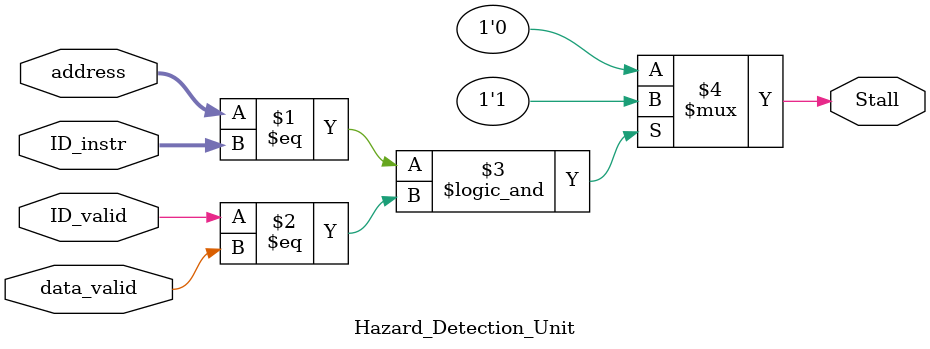
<source format=v>
module Hazard_Detection_Unit (
  input      [31:0] address   ,
  input             data_valid,
  input      [31:0] ID_instr  ,
  input             ID_valid  ,
  output wire       Stall
);

  assign Stall = ((address==ID_instr)&&(ID_valid==data_valid)) ? 1'b1 : 1'b0;
endmodule
</source>
